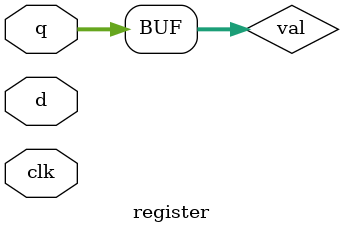
<source format=v>
`timescale 1ns / 1ps


module register
# (
    parameter N = 4
)
(
    input clk,
    input [N-1:0] d,
    input [N-1:0] q
);

reg [N-1:-0] val = 0;

always @(posedge clk) 
begin
    val <= d;
end

assign q = val;

endmodule

</source>
